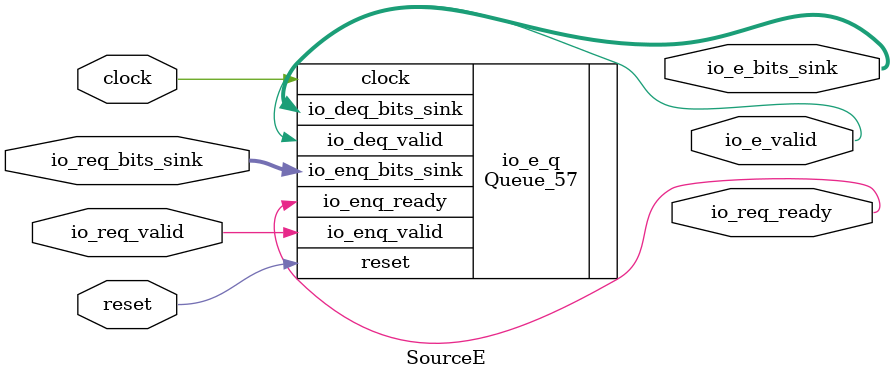
<source format=sv>
`ifndef RANDOMIZE
  `ifdef RANDOMIZE_REG_INIT
    `define RANDOMIZE
  `endif // RANDOMIZE_REG_INIT
`endif // not def RANDOMIZE
`ifndef RANDOMIZE
  `ifdef RANDOMIZE_MEM_INIT
    `define RANDOMIZE
  `endif // RANDOMIZE_MEM_INIT
`endif // not def RANDOMIZE

`ifndef RANDOM
  `define RANDOM $random
`endif // not def RANDOM

// Users can define 'PRINTF_COND' to add an extra gate to prints.
`ifndef PRINTF_COND_
  `ifdef PRINTF_COND
    `define PRINTF_COND_ (`PRINTF_COND)
  `else  // PRINTF_COND
    `define PRINTF_COND_ 1
  `endif // PRINTF_COND
`endif // not def PRINTF_COND_

// Users can define 'ASSERT_VERBOSE_COND' to add an extra gate to assert error printing.
`ifndef ASSERT_VERBOSE_COND_
  `ifdef ASSERT_VERBOSE_COND
    `define ASSERT_VERBOSE_COND_ (`ASSERT_VERBOSE_COND)
  `else  // ASSERT_VERBOSE_COND
    `define ASSERT_VERBOSE_COND_ 1
  `endif // ASSERT_VERBOSE_COND
`endif // not def ASSERT_VERBOSE_COND_

// Users can define 'STOP_COND' to add an extra gate to stop conditions.
`ifndef STOP_COND_
  `ifdef STOP_COND
    `define STOP_COND_ (`STOP_COND)
  `else  // STOP_COND
    `define STOP_COND_ 1
  `endif // STOP_COND
`endif // not def STOP_COND_

// Users can define INIT_RANDOM as general code that gets injected into the
// initializer block for modules with registers.
`ifndef INIT_RANDOM
  `define INIT_RANDOM
`endif // not def INIT_RANDOM

// If using random initialization, you can also define RANDOMIZE_DELAY to
// customize the delay used, otherwise 0.002 is used.
`ifndef RANDOMIZE_DELAY
  `define RANDOMIZE_DELAY 0.002
`endif // not def RANDOMIZE_DELAY

// Define INIT_RANDOM_PROLOG_ for use in our modules below.
`ifndef INIT_RANDOM_PROLOG_
  `ifdef RANDOMIZE
    `ifdef VERILATOR
      `define INIT_RANDOM_PROLOG_ `INIT_RANDOM
    `else  // VERILATOR
      `define INIT_RANDOM_PROLOG_ `INIT_RANDOM #`RANDOMIZE_DELAY begin end
    `endif // VERILATOR
  `else  // RANDOMIZE
    `define INIT_RANDOM_PROLOG_
  `endif // RANDOMIZE
`endif // not def INIT_RANDOM_PROLOG_

module SourceE(
  input        clock,
               reset,
               io_req_valid,
  input  [2:0] io_req_bits_sink,
  output       io_req_ready,
               io_e_valid,
  output [2:0] io_e_bits_sink
);

  Queue_57 io_e_q (	// @[Decoupled.scala:375:21]
    .clock            (clock),
    .reset            (reset),
    .io_enq_valid     (io_req_valid),
    .io_enq_bits_sink (io_req_bits_sink),
    .io_enq_ready     (io_req_ready),
    .io_deq_valid     (io_e_valid),
    .io_deq_bits_sink (io_e_bits_sink)
  );
endmodule


</source>
